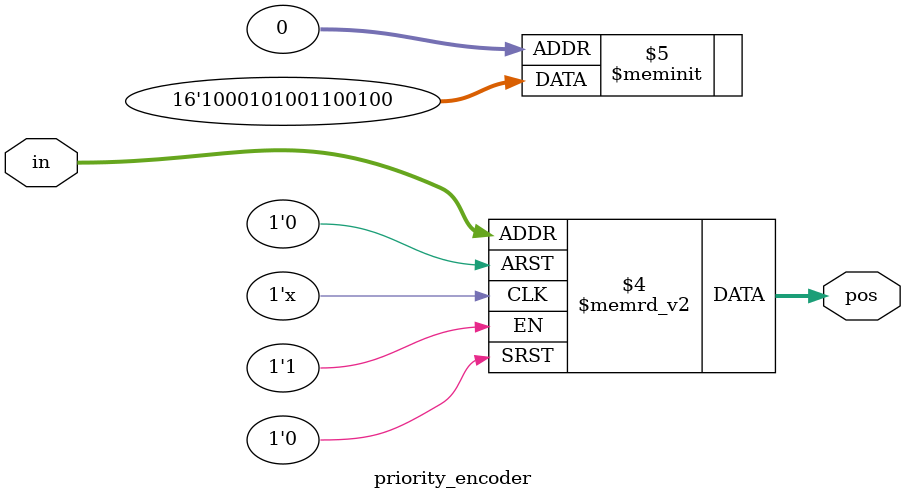
<source format=v>
module priority_encoder( 
input [2:0] in,
output reg [1:0] pos ); 
// When sel=1, assign b to out
always @ ( * ) 
begin
case(in)
0: pos=0;
1: pos=1;
2: pos=2;
3: pos=1;
4: pos=2;
5: pos=2;
6: pos=0;
7: pos=2;
8: pos=1;
endcase
end
endmodule

</source>
